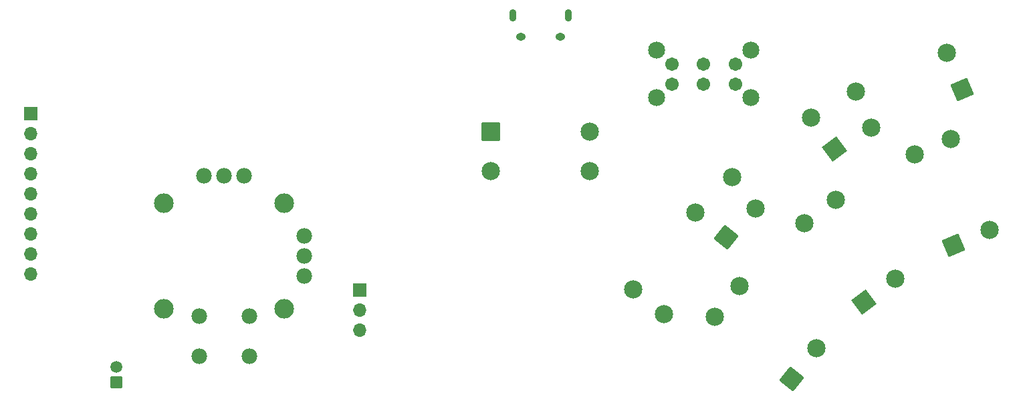
<source format=gbr>
%TF.GenerationSoftware,KiCad,Pcbnew,8.0.4*%
%TF.CreationDate,2025-03-19T10:06:26-07:00*%
%TF.ProjectId,aqp_controller,6171705f-636f-46e7-9472-6f6c6c65722e,rev0*%
%TF.SameCoordinates,Original*%
%TF.FileFunction,Soldermask,Bot*%
%TF.FilePolarity,Negative*%
%FSLAX46Y46*%
G04 Gerber Fmt 4.6, Leading zero omitted, Abs format (unit mm)*
G04 Created by KiCad (PCBNEW 8.0.4) date 2025-03-19 10:06:26*
%MOMM*%
%LPD*%
G01*
G04 APERTURE LIST*
G04 Aperture macros list*
%AMRoundRect*
0 Rectangle with rounded corners*
0 $1 Rounding radius*
0 $2 $3 $4 $5 $6 $7 $8 $9 X,Y pos of 4 corners*
0 Add a 4 corners polygon primitive as box body*
4,1,4,$2,$3,$4,$5,$6,$7,$8,$9,$2,$3,0*
0 Add four circle primitives for the rounded corners*
1,1,$1+$1,$2,$3*
1,1,$1+$1,$4,$5*
1,1,$1+$1,$6,$7*
1,1,$1+$1,$8,$9*
0 Add four rect primitives between the rounded corners*
20,1,$1+$1,$2,$3,$4,$5,0*
20,1,$1+$1,$4,$5,$6,$7,0*
20,1,$1+$1,$6,$7,$8,$9,0*
20,1,$1+$1,$8,$9,$2,$3,0*%
G04 Aperture macros list end*
%ADD10RoundRect,0.102000X-1.050000X-1.050000X1.050000X-1.050000X1.050000X1.050000X-1.050000X1.050000X0*%
%ADD11C,2.304000*%
%ADD12C,2.154000*%
%ADD13C,1.712000*%
%ADD14R,1.700000X1.700000*%
%ADD15O,1.700000X1.700000*%
%ADD16RoundRect,0.102000X1.376798X-0.556262X0.556262X1.376798X-1.376798X0.556262X-0.556262X-1.376798X0*%
%ADD17C,1.982000*%
%ADD18C,2.490000*%
%ADD19RoundRect,0.102000X0.556262X1.376798X-1.376798X0.556262X-0.556262X-1.376798X1.376798X-0.556262X0*%
%ADD20RoundRect,0.102000X0.206662X1.470473X-1.470473X0.206662X-0.206662X-1.470473X1.470473X-0.206662X0*%
%ADD21O,0.890000X1.550000*%
%ADD22O,1.250000X0.950000*%
%ADD23RoundRect,0.102000X1.470473X-0.206662X0.206662X1.470473X-1.470473X0.206662X-0.206662X-1.470473X0*%
%ADD24RoundRect,0.102000X1.476790X0.155217X-0.155217X1.476790X-1.476790X-0.155217X0.155217X-1.476790X0*%
%ADD25RoundRect,0.102000X-0.155217X1.476790X-1.476790X-0.155217X0.155217X-1.476790X1.476790X0.155217X0*%
%ADD26RoundRect,0.102000X-0.654000X0.654000X-0.654000X-0.654000X0.654000X-0.654000X0.654000X0.654000X0*%
%ADD27C,1.512000*%
G04 APERTURE END LIST*
D10*
%TO.C,SW4*%
X138950000Y-87924100D03*
D11*
X151450000Y-87924100D03*
X138950000Y-92924100D03*
X151450000Y-92924100D03*
%TD*%
D12*
%TO.C,SW2*%
X159875000Y-77637500D03*
X171875000Y-77637500D03*
X159875000Y-83637500D03*
X171875000Y-83637500D03*
D13*
X161875000Y-79387500D03*
X165875000Y-79387500D03*
X169875000Y-79387500D03*
X161875000Y-81887500D03*
X165875000Y-81887500D03*
X169875000Y-81887500D03*
%TD*%
D14*
%TO.C,J3*%
X122350000Y-108010000D03*
D15*
X122350000Y-110550000D03*
X122350000Y-113090000D03*
%TD*%
D16*
%TO.C,SW6*%
X197470707Y-102303883D03*
D11*
X192586568Y-90797572D03*
X202073232Y-100350228D03*
X197189093Y-88843917D03*
%TD*%
D17*
%TO.C,M1*%
X108305000Y-116367500D03*
X101955000Y-116367500D03*
X108305000Y-111287500D03*
X101955000Y-111287500D03*
X107670000Y-93507500D03*
X105130000Y-93507500D03*
X102590000Y-93507500D03*
D18*
X112750000Y-110335000D03*
X112750000Y-97000000D03*
X97510000Y-97000000D03*
X97510000Y-110335000D03*
D17*
X115290000Y-106207500D03*
X115290000Y-103667500D03*
X115290000Y-101127500D03*
%TD*%
D19*
%TO.C,SW3*%
X198581483Y-82568993D03*
D11*
X187075172Y-87453132D03*
X196627828Y-77966468D03*
X185121517Y-82850607D03*
%TD*%
D20*
%TO.C,SW5*%
X182449109Y-90117445D03*
D11*
X172466166Y-97640133D03*
X179440034Y-86124267D03*
X169457091Y-93646955D03*
%TD*%
D21*
%TO.C,J2*%
X148700000Y-73216300D03*
D22*
X147700000Y-75916300D03*
X142700000Y-75916300D03*
D21*
X141700000Y-73216300D03*
%TD*%
D23*
%TO.C,SW7*%
X186118255Y-109542109D03*
D11*
X178595567Y-99559166D03*
X190111433Y-106533034D03*
X182588745Y-96550091D03*
%TD*%
D24*
%TO.C,SW9*%
X176978561Y-119256517D03*
D11*
X167264237Y-111390012D03*
X180125163Y-115370788D03*
X170410839Y-107504283D03*
%TD*%
D25*
%TO.C,SW8*%
X168721417Y-101344239D03*
D11*
X160854912Y-111058563D03*
X164835688Y-98197637D03*
X156969183Y-107911961D03*
%TD*%
D26*
%TO.C,J5*%
X91500001Y-119708900D03*
D27*
X91500001Y-117708900D03*
%TD*%
D14*
%TO.C,J4*%
X80700000Y-85600000D03*
D15*
X80700000Y-88140000D03*
X80700000Y-90680000D03*
X80700000Y-93220000D03*
X80700000Y-95760000D03*
X80700000Y-98300000D03*
X80700000Y-100840000D03*
X80700000Y-103380000D03*
X80700000Y-105920000D03*
%TD*%
M02*

</source>
